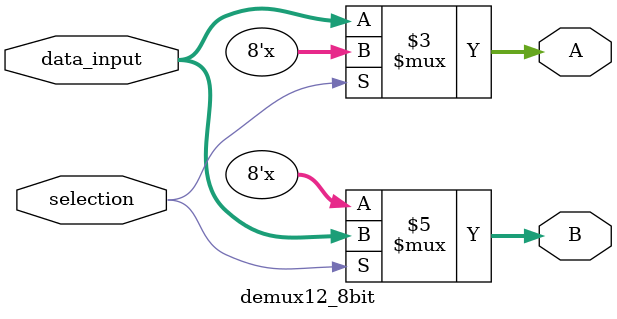
<source format=v>

module demux12_8bit(

input [7:0] data_input,
input selection,
output reg [7:0] A,
output reg [7:0] B

);

always @(data_input or selection) 
    
	begin
		case(selection)
			1'b0 : A = data_input;
			1'b1 : B = data_input;
		endcase
	end

endmodule

</source>
